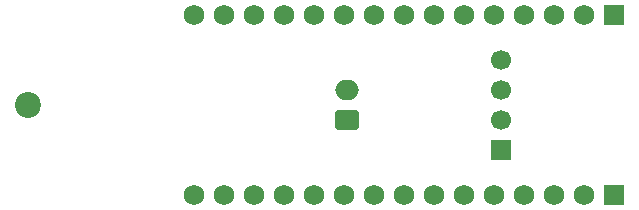
<source format=gbr>
%TF.GenerationSoftware,KiCad,Pcbnew,9.0.1*%
%TF.CreationDate,2025-04-29T17:49:49+02:00*%
%TF.ProjectId,Projet S6,50726f6a-6574-4205-9336-2e6b69636164,rev?*%
%TF.SameCoordinates,Original*%
%TF.FileFunction,Soldermask,Bot*%
%TF.FilePolarity,Negative*%
%FSLAX46Y46*%
G04 Gerber Fmt 4.6, Leading zero omitted, Abs format (unit mm)*
G04 Created by KiCad (PCBNEW 9.0.1) date 2025-04-29 17:49:49*
%MOMM*%
%LPD*%
G01*
G04 APERTURE LIST*
G04 Aperture macros list*
%AMRoundRect*
0 Rectangle with rounded corners*
0 $1 Rounding radius*
0 $2 $3 $4 $5 $6 $7 $8 $9 X,Y pos of 4 corners*
0 Add a 4 corners polygon primitive as box body*
4,1,4,$2,$3,$4,$5,$6,$7,$8,$9,$2,$3,0*
0 Add four circle primitives for the rounded corners*
1,1,$1+$1,$2,$3*
1,1,$1+$1,$4,$5*
1,1,$1+$1,$6,$7*
1,1,$1+$1,$8,$9*
0 Add four rect primitives between the rounded corners*
20,1,$1+$1,$2,$3,$4,$5,0*
20,1,$1+$1,$4,$5,$6,$7,0*
20,1,$1+$1,$6,$7,$8,$9,0*
20,1,$1+$1,$8,$9,$2,$3,0*%
G04 Aperture macros list end*
%ADD10RoundRect,0.102000X-0.765000X0.765000X-0.765000X-0.765000X0.765000X-0.765000X0.765000X0.765000X0*%
%ADD11C,1.734000*%
%ADD12C,2.200000*%
%ADD13RoundRect,0.250000X0.750000X-0.600000X0.750000X0.600000X-0.750000X0.600000X-0.750000X-0.600000X0*%
%ADD14O,2.000000X1.700000*%
%ADD15R,1.700000X1.700000*%
%ADD16C,1.700000*%
G04 APERTURE END LIST*
D10*
%TO.C,Nucleo2*%
X179560000Y-62380000D03*
D11*
X177020000Y-62380000D03*
X174480000Y-62380000D03*
X171940000Y-62380000D03*
X169400000Y-62380000D03*
X166860000Y-62380000D03*
X164320000Y-62380000D03*
X161780000Y-62380000D03*
X159240000Y-62380000D03*
X156700000Y-62380000D03*
X154160000Y-62380000D03*
X151620000Y-62380000D03*
X149080000Y-62380000D03*
X146540000Y-62380000D03*
X144000000Y-62380000D03*
D10*
X179560000Y-77620000D03*
D11*
X177020000Y-77620000D03*
X174480000Y-77620000D03*
X171940000Y-77620000D03*
X169400000Y-77620000D03*
X166860000Y-77620000D03*
X164320000Y-77620000D03*
X161780000Y-77620000D03*
X159240000Y-77620000D03*
X156700000Y-77620000D03*
X154160000Y-77620000D03*
X151620000Y-77620000D03*
X149080000Y-77620000D03*
X146540000Y-77620000D03*
X144000000Y-77620000D03*
%TD*%
D12*
%TO.C,H101*%
X130000000Y-70000000D03*
%TD*%
D13*
%TO.C,J101*%
X157000000Y-71250000D03*
D14*
X157000000Y-68750000D03*
%TD*%
D15*
%TO.C,J3*%
X170000000Y-73810000D03*
D16*
X170000000Y-71270000D03*
X170000000Y-68730000D03*
X170000000Y-66190000D03*
%TD*%
M02*

</source>
